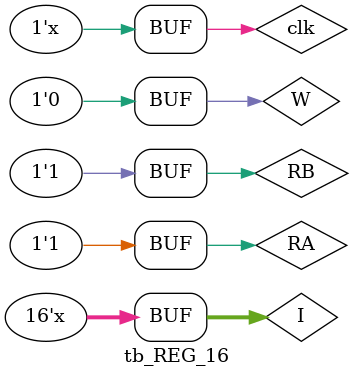
<source format=v>



`timescale 1ns/1ns
module tb_REG_16();
	reg clk, W, RA, RB;
	reg[15:0] I;
	wire[15:0] OutA, OutB;
	
	initial begin
		clk = 0;
		W = 0;
		RA = 0;
		RB = 0;
		
		I = 16'h99;
		#4 W = 1;
		#2 W = 0;
		I = 16'bx;
		RA = 1;
		
		I = 16'h555;
		#8 W = 1;
		#2 W = 0;
		I = 16'bx;
		RB = 1;
		end
	always #5 clk = ~clk;
	//REG_16(OutA, OutB, I, W, RA, RB, clk);
	REG_16 r16(OutA, OutB, I, W, RA, RB, clk);
	
endmodule

	
</source>
